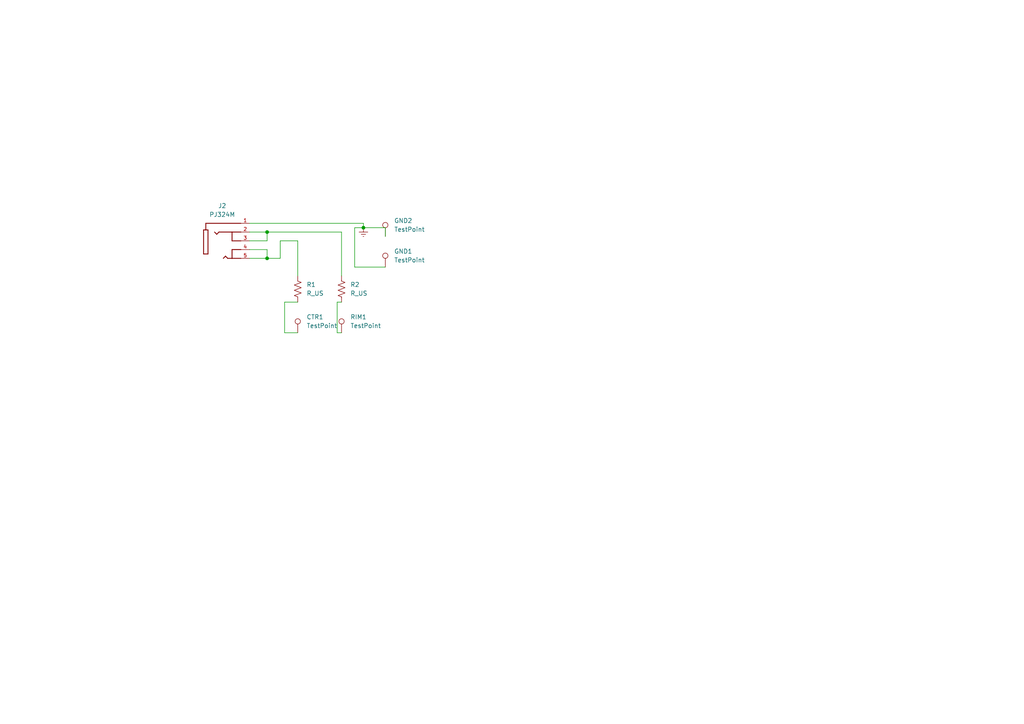
<source format=kicad_sch>
(kicad_sch (version 20211123) (generator eeschema)
  (paper "A4")
  (lib_symbols
    (symbol "Connector:TestPoint" (pin_numbers hide) (pin_names (offset 0.762) hide)
      (property "Reference" "TP" (at 0 6.858 0))
      (property "Value" "TestPoint" (at 0 5.08 0))
      (symbol "TestPoint_0_1"
        (circle (center 0 3.302) (radius 0.762))
      )
      (symbol "TestPoint_1_1"
        (pin passive line (at 0 0 90) (length 2.54) (name "1") (number "1"))
      )
    )
    (symbol "Device:R_US" (pin_numbers hide) (pin_names (offset 0))
      (property "Reference" "R" (at 2.54 0 90))
      (property "Value" "R_US" (at -2.54 0 90))
      (symbol "R_US_0_1"
        (polyline (pts (xy 0 -2.286) (xy 0 -2.54)))
        (polyline (pts (xy 0 2.286) (xy 0 2.54)))
        (polyline (pts (xy 0 -0.762) (xy 1.016 -1.143) (xy 0 -1.524) (xy -1.016 -1.905) (xy 0 -2.286)))
        (polyline (pts (xy 0 0.762) (xy 1.016 0.381) (xy 0 0) (xy -1.016 -0.381) (xy 0 -0.762)))
        (polyline (pts (xy 0 2.286) (xy 1.016 1.905) (xy 0 1.524) (xy -1.016 1.143) (xy 0 0.762)))
      )
      (symbol "R_US_1_1"
        (pin passive line (at 0 3.81 270) (length 1.27) (name "~") (number "1"))
        (pin passive line (at 0 -3.81 90) (length 1.27) (name "~") (number "2"))
      )
    )
    (symbol "PJ324M:PJ324M" (pin_names (offset 1.016))
      (property "Reference" "J" (at -5.08 7.62 0))
      (property "Value" "PJ324M" (at -5.08 -10.16 0))
      (symbol "PJ324M_0_0"
        (polyline (pts (xy -5.715 -3.81) (xy -5.715 3.175)) (stroke (width 0.254)))
        (polyline (pts (xy -5.715 3.175) (xy -5.08 3.175)) (stroke (width 0.254)))
        (polyline (pts (xy -5.08 3.175) (xy -4.445 3.175)) (stroke (width 0.254)))
        (polyline (pts (xy -5.08 5.08) (xy -5.08 3.175)) (stroke (width 0.254)))
        (polyline (pts (xy -4.445 -3.81) (xy -5.715 -3.81)) (stroke (width 0.254)))
        (polyline (pts (xy -4.445 3.175) (xy -4.445 -3.81)) (stroke (width 0.254)))
        (polyline (pts (xy -1.905 1.905) (xy -2.54 2.54)) (stroke (width 0.254)))
        (polyline (pts (xy -1.27 2.54) (xy -1.905 1.905)) (stroke (width 0.254)))
        (polyline (pts (xy 0.635 -4.445) (xy 0 -5.08)) (stroke (width 0.254)))
        (polyline (pts (xy 1.27 -5.08) (xy 0.635 -4.445)) (stroke (width 0.254)))
        (polyline (pts (xy 2.54 -5.08) (xy 1.27 -5.08)) (stroke (width 0.254)))
        (polyline (pts (xy 2.54 -2.54) (xy 2.54 -5.08)) (stroke (width 0.254)))
        (polyline (pts (xy 2.54 0) (xy 2.54 2.54)) (stroke (width 0.254)))
        (polyline (pts (xy 2.54 2.54) (xy -1.27 2.54)) (stroke (width 0.254)))
        (polyline (pts (xy 5.08 -5.08) (xy 2.54 -5.08)) (stroke (width 0.254)))
        (polyline (pts (xy 5.08 -2.54) (xy 2.54 -2.54)) (stroke (width 0.254)))
        (polyline (pts (xy 5.08 0) (xy 2.54 0)) (stroke (width 0.254)))
        (polyline (pts (xy 5.08 2.54) (xy 2.54 2.54)) (stroke (width 0.254)))
        (polyline (pts (xy 5.08 5.08) (xy -5.08 5.08)) (stroke (width 0.254)))
        (pin passive line (at 7.62 5.08 180) (length 2.54) (name "~") (number "1"))
        (pin passive line (at 7.62 2.54 180) (length 2.54) (name "~") (number "2"))
        (pin passive line (at 7.62 0 180) (length 2.54) (name "~") (number "3"))
        (pin passive line (at 7.62 -2.54 180) (length 2.54) (name "~") (number "4"))
        (pin passive line (at 7.62 -5.08 180) (length 2.54) (name "~") (number "5"))
      )
    )
    (symbol "power:Earth" (power) (pin_names (offset 0))
      (symbol "Earth_0_1"
        (polyline (pts (xy -0.635 -1.905) (xy 0.635 -1.905)))
        (polyline (pts (xy -0.127 -2.54) (xy 0.127 -2.54)))
        (polyline (pts (xy 0 -1.27) (xy 0 0)))
        (polyline (pts (xy 1.27 -1.27) (xy -1.27 -1.27)))
      )
      (symbol "Earth_1_1"
        (pin power_in line (at 0 0 270) (length 0) hide (name "Earth") (number "1"))
      )
    )
  )
  (junction (at 105.41 66.04))
  (junction (at 77.47 74.93))
  (junction (at 77.47 67.31))
  (wire (pts (xy 72.39 69.85) (xy 77.47 69.85)))
  (wire (pts (xy 86.36 87.63) (xy 82.55 87.63)))
  (wire (pts (xy 86.36 69.85) (xy 86.36 80.01)))
  (wire (pts (xy 99.06 67.31) (xy 99.06 80.01)))
  (wire (pts (xy 72.39 67.31) (xy 77.47 67.31)))
  (wire (pts (xy 72.39 64.77) (xy 105.41 64.77)))
  (wire (pts (xy 97.79 96.52) (xy 99.06 96.52)))
  (wire (pts (xy 105.41 66.04) (xy 111.76 66.04)))
  (wire (pts (xy 77.47 69.85) (xy 77.47 67.31)))
  (wire (pts (xy 105.41 66.04) (xy 102.87 66.04)))
  (wire (pts (xy 77.47 74.93) (xy 81.28 74.93)))
  (wire (pts (xy 77.47 67.31) (xy 99.06 67.31)))
  (wire (pts (xy 105.41 64.77) (xy 105.41 66.04)))
  (wire (pts (xy 99.06 87.63) (xy 97.79 87.63)))
  (wire (pts (xy 72.39 74.93) (xy 77.47 74.93)))
  (wire (pts (xy 81.28 69.85) (xy 86.36 69.85)))
  (wire (pts (xy 81.28 74.93) (xy 81.28 69.85)))
  (wire (pts (xy 102.87 66.04) (xy 102.87 77.47)))
  (wire (pts (xy 82.55 96.52) (xy 86.36 96.52)))
  (wire (pts (xy 77.47 72.39) (xy 77.47 74.93)))
  (wire (pts (xy 111.76 66.04) (xy 111.76 68.58)))
  (wire (pts (xy 97.79 87.63) (xy 97.79 96.52)))
  (wire (pts (xy 102.87 77.47) (xy 111.76 77.47)))
  (wire (pts (xy 72.39 72.39) (xy 77.47 72.39)))
  (wire (pts (xy 82.55 87.63) (xy 82.55 96.52)))
  (symbol (lib_id "Connector:TestPoint") (at 111.76 77.47 0) (unit 1)
    (property "Reference" "GND1" (at 114.3 72.8979 0) (effects (justify left)))
    (property "Value" "TestPoint" (at 114.3 75.4379 0) (effects (justify left)))
    (property "Footprint" "TestPoint:TestPoint_Pad_2.0x2.0mm" (effects hide))
  )
  (symbol (lib_id "Connector:TestPoint") (at 99.06 96.52 0) (unit 1)
    (property "Reference" "RIM1" (at 101.6 91.9479 0) (effects (justify left)))
    (property "Value" "TestPoint" (at 101.6 94.4879 0) (effects (justify left)))
    (property "Footprint" "TestPoint:TestPoint_Pad_D2.0mm" (effects hide))
  )
  (symbol (lib_id "PJ324M:PJ324M") (at 64.77 69.85 0) (unit 1)
    (property "Reference" "J2" (at 64.4525 59.69 0))
    (property "Value" "PJ324M" (at 64.4525 62.23 0))
    (property "Footprint" "WENZHOU_PJ324M" (effects hide))
    (property "PARTREV" "N/A" (effects hide))
    (property "STANDARD" "Manufacturer Recommendations" (effects hide))
    (property "MAXIMUM_PACKAGE_HEIGHT" "6.3mm" (effects hide))
    (property "MANUFACTURER" "Wenzhou QingPu Electronics" (effects hide))
  )
  (symbol (lib_id "power:Earth") (at 105.41 66.04 0) (unit 1)
    (property "Reference" "#PWR0101" (effects hide))
    (property "Value" "Earth" (effects hide))
  )
  (symbol (lib_id "Connector:TestPoint") (at 111.76 68.58 0) (unit 1)
    (property "Reference" "GND2" (at 114.3 64.0079 0) (effects (justify left)))
    (property "Value" "TestPoint" (at 114.3 66.5479 0) (effects (justify left)))
    (property "Footprint" "TestPoint:TestPoint_Pad_2.0x2.0mm" (effects hide))
  )
  (symbol (lib_id "Device:R_US") (at 99.06 83.82 0) (unit 1)
    (property "Reference" "R2" (at 101.6 82.5499 0) (effects (justify left)))
    (property "Value" "R_US" (at 101.6 85.0899 0) (effects (justify left)))
    (property "Footprint" "Resistor_SMD:R_0805_2012Metric_Pad1.20x1.40mm_HandSolder" (effects hide))
  )
  (symbol (lib_id "Device:R_US") (at 86.36 83.82 0) (unit 1)
    (property "Reference" "R1" (at 88.9 82.5499 0) (effects (justify left)))
    (property "Value" "R_US" (at 88.9 85.0899 0) (effects (justify left)))
    (property "Footprint" "Resistor_SMD:R_0805_2012Metric_Pad1.20x1.40mm_HandSolder" (effects hide))
  )
  (symbol (lib_id "Connector:TestPoint") (at 86.36 96.52 0) (unit 1)
    (property "Reference" "CTR1" (at 88.9 91.9479 0) (effects (justify left)))
    (property "Value" "TestPoint" (at 88.9 94.4879 0) (effects (justify left)))
    (property "Footprint" "TestPoint:TestPoint_Pad_D2.0mm" (effects hide))
  )
)
</source>
